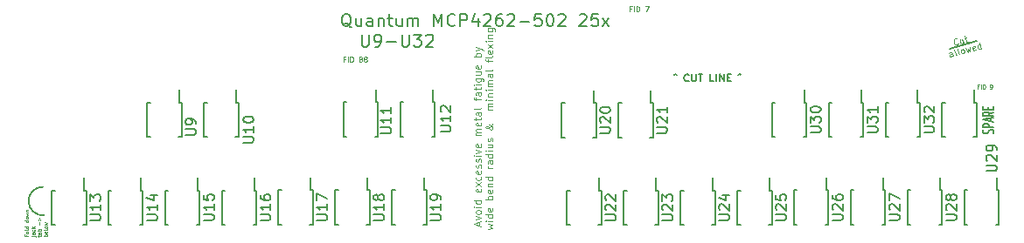
<source format=gto>
G04 #@! TF.GenerationSoftware,KiCad,Pcbnew,5.1.4-e60b266~84~ubuntu16.04.1*
G04 #@! TF.CreationDate,2019-10-21T03:29:06-05:00*
G04 #@! TF.ProjectId,Quantum MCP4262-502 25x expansion flex for GWAAM-Sea Aid,5175616e-7475-46d2-904d-435034323632,rev?*
G04 #@! TF.SameCoordinates,Original*
G04 #@! TF.FileFunction,Legend,Top*
G04 #@! TF.FilePolarity,Positive*
%FSLAX46Y46*%
G04 Gerber Fmt 4.6, Leading zero omitted, Abs format (unit mm)*
G04 Created by KiCad (PCBNEW 5.1.4-e60b266~84~ubuntu16.04.1) date 2019-10-21 03:29:06*
%MOMM*%
%LPD*%
G04 APERTURE LIST*
%ADD10C,0.150000*%
%ADD11C,0.075000*%
%ADD12C,0.080000*%
%ADD13C,0.200000*%
%ADD14C,0.100000*%
%ADD15C,0.125000*%
G04 APERTURE END LIST*
D10*
X135746420Y-104636133D02*
X135879753Y-104536133D01*
X136013086Y-104636133D01*
X137179753Y-105202800D02*
X137146420Y-105236133D01*
X137046420Y-105269466D01*
X136979753Y-105269466D01*
X136879753Y-105236133D01*
X136813086Y-105169466D01*
X136779753Y-105102800D01*
X136746420Y-104969466D01*
X136746420Y-104869466D01*
X136779753Y-104736133D01*
X136813086Y-104669466D01*
X136879753Y-104602800D01*
X136979753Y-104569466D01*
X137046420Y-104569466D01*
X137146420Y-104602800D01*
X137179753Y-104636133D01*
X137479753Y-104569466D02*
X137479753Y-105136133D01*
X137513086Y-105202800D01*
X137546420Y-105236133D01*
X137613086Y-105269466D01*
X137746420Y-105269466D01*
X137813086Y-105236133D01*
X137846420Y-105202800D01*
X137879753Y-105136133D01*
X137879753Y-104569466D01*
X138113086Y-104569466D02*
X138513086Y-104569466D01*
X138313086Y-105269466D02*
X138313086Y-104569466D01*
X139613086Y-105269466D02*
X139279753Y-105269466D01*
X139279753Y-104569466D01*
X139846420Y-105269466D02*
X139846420Y-104569466D01*
X140179753Y-105269466D02*
X140179753Y-104569466D01*
X140579753Y-105269466D01*
X140579753Y-104569466D01*
X140913086Y-104902800D02*
X141146420Y-104902800D01*
X141246420Y-105269466D02*
X140913086Y-105269466D01*
X140913086Y-104569466D01*
X141246420Y-104569466D01*
X141979753Y-104636133D02*
X142113086Y-104536133D01*
X142246420Y-104636133D01*
D11*
X163259643Y-101586267D02*
X163239440Y-101621259D01*
X163164041Y-101671042D01*
X163108845Y-101685831D01*
X163018657Y-101680418D01*
X162948671Y-101640012D01*
X162906284Y-101592211D01*
X162849106Y-101489214D01*
X162826922Y-101406421D01*
X162824941Y-101288634D01*
X162837749Y-101226044D01*
X162878155Y-101156058D01*
X162953554Y-101106276D01*
X163008749Y-101091486D01*
X163098938Y-101096900D01*
X163133931Y-101117103D01*
X163667667Y-101121985D02*
X163771194Y-101508356D01*
X163419286Y-101188539D02*
X163500629Y-101492115D01*
X163543016Y-101539916D01*
X163605607Y-101552725D01*
X163688401Y-101530540D01*
X163736202Y-101488152D01*
X163756405Y-101453160D01*
X163860852Y-101070221D02*
X164081635Y-101011063D01*
X163891882Y-100854852D02*
X164024989Y-101351614D01*
X164067376Y-101399415D01*
X164129967Y-101412223D01*
X164185162Y-101397433D01*
X162740242Y-102793993D02*
X162658899Y-102490416D01*
X162616511Y-102442616D01*
X162553921Y-102429807D01*
X162443529Y-102459387D01*
X162395728Y-102501774D01*
X162732847Y-102766395D02*
X162685046Y-102808783D01*
X162547057Y-102845757D01*
X162484466Y-102832949D01*
X162442079Y-102785148D01*
X162427289Y-102729952D01*
X162440097Y-102667361D01*
X162487898Y-102624974D01*
X162625887Y-102588000D01*
X162673688Y-102545612D01*
X163099014Y-102697860D02*
X163036424Y-102685052D01*
X162994036Y-102637251D01*
X162860929Y-102140489D01*
X163402591Y-102616517D02*
X163340000Y-102603709D01*
X163297613Y-102555908D01*
X163164506Y-102059146D01*
X163706168Y-102535174D02*
X163643577Y-102522366D01*
X163608584Y-102502163D01*
X163566197Y-102454362D01*
X163521828Y-102288775D01*
X163534636Y-102226184D01*
X163554839Y-102191191D01*
X163602640Y-102148804D01*
X163685434Y-102126619D01*
X163748024Y-102139427D01*
X163783017Y-102159631D01*
X163825405Y-102207431D01*
X163869773Y-102373019D01*
X163856965Y-102435609D01*
X163836762Y-102470602D01*
X163788961Y-102512990D01*
X163706168Y-102535174D01*
X163989010Y-102045276D02*
X164202929Y-102402067D01*
X164239373Y-102096509D01*
X164423713Y-102342909D01*
X164430576Y-101926959D01*
X164968275Y-102167414D02*
X164920474Y-102209802D01*
X164810083Y-102239381D01*
X164747492Y-102226573D01*
X164705105Y-102178772D01*
X164645946Y-101957989D01*
X164658754Y-101895398D01*
X164706555Y-101853011D01*
X164816947Y-101823431D01*
X164879537Y-101836239D01*
X164921925Y-101884040D01*
X164936715Y-101939236D01*
X164675525Y-102068380D01*
X165500030Y-102054510D02*
X165344738Y-101474955D01*
X165492635Y-102026912D02*
X165444834Y-102069300D01*
X165334443Y-102098879D01*
X165271852Y-102086071D01*
X165236859Y-102065868D01*
X165194472Y-102018067D01*
X165150103Y-101852480D01*
X165162911Y-101789889D01*
X165183114Y-101754896D01*
X165230915Y-101712509D01*
X165341307Y-101682929D01*
X165403897Y-101695738D01*
D10*
X162438080Y-102087680D02*
X165107620Y-101356160D01*
D12*
X73062780Y-120189720D02*
X73062780Y-120306386D01*
X73246113Y-120306386D02*
X72896113Y-120306386D01*
X72896113Y-120139720D01*
X73246113Y-119956386D02*
X73229446Y-119989720D01*
X73212780Y-120006386D01*
X73179446Y-120023053D01*
X73079446Y-120023053D01*
X73046113Y-120006386D01*
X73029446Y-119989720D01*
X73012780Y-119956386D01*
X73012780Y-119906386D01*
X73029446Y-119873053D01*
X73046113Y-119856386D01*
X73079446Y-119839720D01*
X73179446Y-119839720D01*
X73212780Y-119856386D01*
X73229446Y-119873053D01*
X73246113Y-119906386D01*
X73246113Y-119956386D01*
X73246113Y-119639720D02*
X73229446Y-119673053D01*
X73196113Y-119689720D01*
X72896113Y-119689720D01*
X73246113Y-119356386D02*
X72896113Y-119356386D01*
X73229446Y-119356386D02*
X73246113Y-119389720D01*
X73246113Y-119456386D01*
X73229446Y-119489720D01*
X73212780Y-119506386D01*
X73179446Y-119523053D01*
X73079446Y-119523053D01*
X73046113Y-119506386D01*
X73029446Y-119489720D01*
X73012780Y-119456386D01*
X73012780Y-119389720D01*
X73029446Y-119356386D01*
X73246113Y-118773053D02*
X72896113Y-118773053D01*
X73229446Y-118773053D02*
X73246113Y-118806386D01*
X73246113Y-118873053D01*
X73229446Y-118906386D01*
X73212780Y-118923053D01*
X73179446Y-118939720D01*
X73079446Y-118939720D01*
X73046113Y-118923053D01*
X73029446Y-118906386D01*
X73012780Y-118873053D01*
X73012780Y-118806386D01*
X73029446Y-118773053D01*
X73246113Y-118556386D02*
X73229446Y-118589720D01*
X73212780Y-118606386D01*
X73179446Y-118623053D01*
X73079446Y-118623053D01*
X73046113Y-118606386D01*
X73029446Y-118589720D01*
X73012780Y-118556386D01*
X73012780Y-118506386D01*
X73029446Y-118473053D01*
X73046113Y-118456386D01*
X73079446Y-118439720D01*
X73179446Y-118439720D01*
X73212780Y-118456386D01*
X73229446Y-118473053D01*
X73246113Y-118506386D01*
X73246113Y-118556386D01*
X73012780Y-118323053D02*
X73246113Y-118256386D01*
X73079446Y-118189720D01*
X73246113Y-118123053D01*
X73012780Y-118056386D01*
X73012780Y-117923053D02*
X73246113Y-117923053D01*
X73046113Y-117923053D02*
X73029446Y-117906386D01*
X73012780Y-117873053D01*
X73012780Y-117823053D01*
X73029446Y-117789720D01*
X73062780Y-117773053D01*
X73246113Y-117773053D01*
X73617780Y-120306386D02*
X73917780Y-120306386D01*
X73951113Y-120323053D01*
X73967780Y-120356386D01*
X73967780Y-120373053D01*
X73501113Y-120306386D02*
X73517780Y-120323053D01*
X73534446Y-120306386D01*
X73517780Y-120289720D01*
X73501113Y-120306386D01*
X73534446Y-120306386D01*
X73851113Y-119989720D02*
X73667780Y-119989720D01*
X73634446Y-120006386D01*
X73617780Y-120039720D01*
X73617780Y-120106386D01*
X73634446Y-120139720D01*
X73834446Y-119989720D02*
X73851113Y-120023053D01*
X73851113Y-120106386D01*
X73834446Y-120139720D01*
X73801113Y-120156386D01*
X73767780Y-120156386D01*
X73734446Y-120139720D01*
X73717780Y-120106386D01*
X73717780Y-120023053D01*
X73701113Y-119989720D01*
X73834446Y-119673053D02*
X73851113Y-119706386D01*
X73851113Y-119773053D01*
X73834446Y-119806386D01*
X73817780Y-119823053D01*
X73784446Y-119839720D01*
X73684446Y-119839720D01*
X73651113Y-119823053D01*
X73634446Y-119806386D01*
X73617780Y-119773053D01*
X73617780Y-119706386D01*
X73634446Y-119673053D01*
X73851113Y-119523053D02*
X73501113Y-119523053D01*
X73717780Y-119489720D02*
X73851113Y-119389720D01*
X73617780Y-119389720D02*
X73751113Y-119523053D01*
X74222780Y-120356386D02*
X74222780Y-120223053D01*
X74106113Y-120306386D02*
X74406113Y-120306386D01*
X74439446Y-120289720D01*
X74456113Y-120256386D01*
X74456113Y-120223053D01*
X74456113Y-119956386D02*
X74272780Y-119956386D01*
X74239446Y-119973053D01*
X74222780Y-120006386D01*
X74222780Y-120073053D01*
X74239446Y-120106386D01*
X74439446Y-119956386D02*
X74456113Y-119989720D01*
X74456113Y-120073053D01*
X74439446Y-120106386D01*
X74406113Y-120123053D01*
X74372780Y-120123053D01*
X74339446Y-120106386D01*
X74322780Y-120073053D01*
X74322780Y-119989720D01*
X74306113Y-119956386D01*
X74456113Y-119789720D02*
X74106113Y-119789720D01*
X74239446Y-119789720D02*
X74222780Y-119756386D01*
X74222780Y-119689720D01*
X74239446Y-119656386D01*
X74256113Y-119639720D01*
X74289446Y-119623053D01*
X74389446Y-119623053D01*
X74422780Y-119639720D01*
X74439446Y-119656386D01*
X74456113Y-119689720D01*
X74456113Y-119756386D01*
X74439446Y-119789720D01*
X74322780Y-119206386D02*
X74322780Y-118939720D01*
X74222780Y-118773053D02*
X74322780Y-118506386D01*
X74422780Y-118773053D01*
X75061113Y-120306386D02*
X74711113Y-120306386D01*
X74844446Y-120306386D02*
X74827780Y-120273053D01*
X74827780Y-120206386D01*
X74844446Y-120173053D01*
X74861113Y-120156386D01*
X74894446Y-120139720D01*
X74994446Y-120139720D01*
X75027780Y-120156386D01*
X75044446Y-120173053D01*
X75061113Y-120206386D01*
X75061113Y-120273053D01*
X75044446Y-120306386D01*
X75044446Y-119856386D02*
X75061113Y-119889720D01*
X75061113Y-119956386D01*
X75044446Y-119989720D01*
X75011113Y-120006386D01*
X74877780Y-120006386D01*
X74844446Y-119989720D01*
X74827780Y-119956386D01*
X74827780Y-119889720D01*
X74844446Y-119856386D01*
X74877780Y-119839720D01*
X74911113Y-119839720D01*
X74944446Y-120006386D01*
X75061113Y-119639720D02*
X75044446Y-119673053D01*
X75011113Y-119689720D01*
X74711113Y-119689720D01*
X75061113Y-119456386D02*
X75044446Y-119489720D01*
X75027780Y-119506386D01*
X74994446Y-119523053D01*
X74894446Y-119523053D01*
X74861113Y-119506386D01*
X74844446Y-119489720D01*
X74827780Y-119456386D01*
X74827780Y-119406386D01*
X74844446Y-119373053D01*
X74861113Y-119356386D01*
X74894446Y-119339720D01*
X74994446Y-119339720D01*
X75027780Y-119356386D01*
X75044446Y-119373053D01*
X75061113Y-119406386D01*
X75061113Y-119456386D01*
X74827780Y-119223053D02*
X75061113Y-119156386D01*
X74894446Y-119089720D01*
X75061113Y-119023053D01*
X74827780Y-118956386D01*
D10*
X74781239Y-118278351D02*
G75*
G02X74642980Y-115511580I-138259J1379931D01*
G01*
D13*
X104489574Y-100015082D02*
X104375288Y-99957940D01*
X104261002Y-99843654D01*
X104089574Y-99672225D01*
X103975288Y-99615082D01*
X103861002Y-99615082D01*
X103918145Y-99900797D02*
X103803860Y-99843654D01*
X103689574Y-99729368D01*
X103632431Y-99500797D01*
X103632431Y-99100797D01*
X103689574Y-98872225D01*
X103803860Y-98757940D01*
X103918145Y-98700797D01*
X104146717Y-98700797D01*
X104261002Y-98757940D01*
X104375288Y-98872225D01*
X104432431Y-99100797D01*
X104432431Y-99500797D01*
X104375288Y-99729368D01*
X104261002Y-99843654D01*
X104146717Y-99900797D01*
X103918145Y-99900797D01*
X105461002Y-99100797D02*
X105461002Y-99900797D01*
X104946717Y-99100797D02*
X104946717Y-99729368D01*
X105003860Y-99843654D01*
X105118145Y-99900797D01*
X105289574Y-99900797D01*
X105403860Y-99843654D01*
X105461002Y-99786511D01*
X106546717Y-99900797D02*
X106546717Y-99272225D01*
X106489574Y-99157940D01*
X106375288Y-99100797D01*
X106146717Y-99100797D01*
X106032431Y-99157940D01*
X106546717Y-99843654D02*
X106432431Y-99900797D01*
X106146717Y-99900797D01*
X106032431Y-99843654D01*
X105975288Y-99729368D01*
X105975288Y-99615082D01*
X106032431Y-99500797D01*
X106146717Y-99443654D01*
X106432431Y-99443654D01*
X106546717Y-99386511D01*
X107118145Y-99100797D02*
X107118145Y-99900797D01*
X107118145Y-99215082D02*
X107175288Y-99157940D01*
X107289574Y-99100797D01*
X107461002Y-99100797D01*
X107575288Y-99157940D01*
X107632431Y-99272225D01*
X107632431Y-99900797D01*
X108032431Y-99100797D02*
X108489574Y-99100797D01*
X108203860Y-98700797D02*
X108203860Y-99729368D01*
X108261002Y-99843654D01*
X108375288Y-99900797D01*
X108489574Y-99900797D01*
X109403860Y-99100797D02*
X109403860Y-99900797D01*
X108889574Y-99100797D02*
X108889574Y-99729368D01*
X108946717Y-99843654D01*
X109061002Y-99900797D01*
X109232431Y-99900797D01*
X109346717Y-99843654D01*
X109403860Y-99786511D01*
X109975288Y-99900797D02*
X109975288Y-99100797D01*
X109975288Y-99215082D02*
X110032431Y-99157940D01*
X110146717Y-99100797D01*
X110318145Y-99100797D01*
X110432431Y-99157940D01*
X110489574Y-99272225D01*
X110489574Y-99900797D01*
X110489574Y-99272225D02*
X110546717Y-99157940D01*
X110661002Y-99100797D01*
X110832431Y-99100797D01*
X110946717Y-99157940D01*
X111003860Y-99272225D01*
X111003860Y-99900797D01*
X112489574Y-99900797D02*
X112489574Y-98700797D01*
X112889574Y-99557940D01*
X113289574Y-98700797D01*
X113289574Y-99900797D01*
X114546717Y-99786511D02*
X114489574Y-99843654D01*
X114318145Y-99900797D01*
X114203860Y-99900797D01*
X114032431Y-99843654D01*
X113918145Y-99729368D01*
X113861002Y-99615082D01*
X113803860Y-99386511D01*
X113803860Y-99215082D01*
X113861002Y-98986511D01*
X113918145Y-98872225D01*
X114032431Y-98757940D01*
X114203860Y-98700797D01*
X114318145Y-98700797D01*
X114489574Y-98757940D01*
X114546717Y-98815082D01*
X115061002Y-99900797D02*
X115061002Y-98700797D01*
X115518145Y-98700797D01*
X115632431Y-98757940D01*
X115689574Y-98815082D01*
X115746717Y-98929368D01*
X115746717Y-99100797D01*
X115689574Y-99215082D01*
X115632431Y-99272225D01*
X115518145Y-99329368D01*
X115061002Y-99329368D01*
X116775288Y-99100797D02*
X116775288Y-99900797D01*
X116489574Y-98643654D02*
X116203860Y-99500797D01*
X116946717Y-99500797D01*
X117346717Y-98815082D02*
X117403860Y-98757940D01*
X117518145Y-98700797D01*
X117803860Y-98700797D01*
X117918145Y-98757940D01*
X117975288Y-98815082D01*
X118032431Y-98929368D01*
X118032431Y-99043654D01*
X117975288Y-99215082D01*
X117289574Y-99900797D01*
X118032431Y-99900797D01*
X119061002Y-98700797D02*
X118832431Y-98700797D01*
X118718145Y-98757940D01*
X118661002Y-98815082D01*
X118546717Y-98986511D01*
X118489574Y-99215082D01*
X118489574Y-99672225D01*
X118546717Y-99786511D01*
X118603860Y-99843654D01*
X118718145Y-99900797D01*
X118946717Y-99900797D01*
X119061002Y-99843654D01*
X119118145Y-99786511D01*
X119175288Y-99672225D01*
X119175288Y-99386511D01*
X119118145Y-99272225D01*
X119061002Y-99215082D01*
X118946717Y-99157940D01*
X118718145Y-99157940D01*
X118603860Y-99215082D01*
X118546717Y-99272225D01*
X118489574Y-99386511D01*
X119632431Y-98815082D02*
X119689574Y-98757940D01*
X119803860Y-98700797D01*
X120089574Y-98700797D01*
X120203860Y-98757940D01*
X120261002Y-98815082D01*
X120318145Y-98929368D01*
X120318145Y-99043654D01*
X120261002Y-99215082D01*
X119575288Y-99900797D01*
X120318145Y-99900797D01*
X120832431Y-99443654D02*
X121746717Y-99443654D01*
X122889574Y-98700797D02*
X122318145Y-98700797D01*
X122261002Y-99272225D01*
X122318145Y-99215082D01*
X122432431Y-99157940D01*
X122718145Y-99157940D01*
X122832431Y-99215082D01*
X122889574Y-99272225D01*
X122946717Y-99386511D01*
X122946717Y-99672225D01*
X122889574Y-99786511D01*
X122832431Y-99843654D01*
X122718145Y-99900797D01*
X122432431Y-99900797D01*
X122318145Y-99843654D01*
X122261002Y-99786511D01*
X123689574Y-98700797D02*
X123803860Y-98700797D01*
X123918145Y-98757940D01*
X123975288Y-98815082D01*
X124032431Y-98929368D01*
X124089574Y-99157940D01*
X124089574Y-99443654D01*
X124032431Y-99672225D01*
X123975288Y-99786511D01*
X123918145Y-99843654D01*
X123803860Y-99900797D01*
X123689574Y-99900797D01*
X123575288Y-99843654D01*
X123518145Y-99786511D01*
X123461002Y-99672225D01*
X123403860Y-99443654D01*
X123403860Y-99157940D01*
X123461002Y-98929368D01*
X123518145Y-98815082D01*
X123575288Y-98757940D01*
X123689574Y-98700797D01*
X124546717Y-98815082D02*
X124603860Y-98757940D01*
X124718145Y-98700797D01*
X125003860Y-98700797D01*
X125118145Y-98757940D01*
X125175288Y-98815082D01*
X125232431Y-98929368D01*
X125232431Y-99043654D01*
X125175288Y-99215082D01*
X124489574Y-99900797D01*
X125232431Y-99900797D01*
X126603860Y-98815082D02*
X126661002Y-98757940D01*
X126775288Y-98700797D01*
X127061002Y-98700797D01*
X127175288Y-98757940D01*
X127232431Y-98815082D01*
X127289574Y-98929368D01*
X127289574Y-99043654D01*
X127232431Y-99215082D01*
X126546717Y-99900797D01*
X127289574Y-99900797D01*
X128375288Y-98700797D02*
X127803860Y-98700797D01*
X127746717Y-99272225D01*
X127803860Y-99215082D01*
X127918145Y-99157940D01*
X128203860Y-99157940D01*
X128318145Y-99215082D01*
X128375288Y-99272225D01*
X128432431Y-99386511D01*
X128432431Y-99672225D01*
X128375288Y-99786511D01*
X128318145Y-99843654D01*
X128203860Y-99900797D01*
X127918145Y-99900797D01*
X127803860Y-99843654D01*
X127746717Y-99786511D01*
X128832431Y-99900797D02*
X129461002Y-99100797D01*
X128832431Y-99100797D02*
X129461002Y-99900797D01*
X105518145Y-100700797D02*
X105518145Y-101672225D01*
X105575288Y-101786511D01*
X105632431Y-101843654D01*
X105746717Y-101900797D01*
X105975288Y-101900797D01*
X106089574Y-101843654D01*
X106146717Y-101786511D01*
X106203860Y-101672225D01*
X106203860Y-100700797D01*
X106832431Y-101900797D02*
X107061002Y-101900797D01*
X107175288Y-101843654D01*
X107232431Y-101786511D01*
X107346717Y-101615082D01*
X107403860Y-101386511D01*
X107403860Y-100929368D01*
X107346717Y-100815082D01*
X107289574Y-100757940D01*
X107175288Y-100700797D01*
X106946717Y-100700797D01*
X106832431Y-100757940D01*
X106775288Y-100815082D01*
X106718145Y-100929368D01*
X106718145Y-101215082D01*
X106775288Y-101329368D01*
X106832431Y-101386511D01*
X106946717Y-101443654D01*
X107175288Y-101443654D01*
X107289574Y-101386511D01*
X107346717Y-101329368D01*
X107403860Y-101215082D01*
X107918145Y-101443654D02*
X108832431Y-101443654D01*
X109403860Y-100700797D02*
X109403860Y-101672225D01*
X109461002Y-101786511D01*
X109518145Y-101843654D01*
X109632431Y-101900797D01*
X109861002Y-101900797D01*
X109975288Y-101843654D01*
X110032431Y-101786511D01*
X110089574Y-101672225D01*
X110089574Y-100700797D01*
X110546717Y-100700797D02*
X111289574Y-100700797D01*
X110889574Y-101157940D01*
X111061002Y-101157940D01*
X111175288Y-101215082D01*
X111232431Y-101272225D01*
X111289574Y-101386511D01*
X111289574Y-101672225D01*
X111232431Y-101786511D01*
X111175288Y-101843654D01*
X111061002Y-101900797D01*
X110718145Y-101900797D01*
X110603860Y-101843654D01*
X110546717Y-101786511D01*
X111746717Y-100815082D02*
X111803860Y-100757940D01*
X111918145Y-100700797D01*
X112203860Y-100700797D01*
X112318145Y-100757940D01*
X112375288Y-100815082D01*
X112432431Y-100929368D01*
X112432431Y-101043654D01*
X112375288Y-101215082D01*
X111689574Y-101900797D01*
X112432431Y-101900797D01*
D14*
X116854106Y-119287286D02*
X116854106Y-118953953D01*
X117054106Y-119353953D02*
X116354106Y-119120620D01*
X117054106Y-118887286D01*
X116587440Y-118720620D02*
X117054106Y-118553953D01*
X116587440Y-118387286D01*
X117054106Y-118020620D02*
X117020773Y-118087286D01*
X116987440Y-118120620D01*
X116920773Y-118153953D01*
X116720773Y-118153953D01*
X116654106Y-118120620D01*
X116620773Y-118087286D01*
X116587440Y-118020620D01*
X116587440Y-117920620D01*
X116620773Y-117853953D01*
X116654106Y-117820620D01*
X116720773Y-117787286D01*
X116920773Y-117787286D01*
X116987440Y-117820620D01*
X117020773Y-117853953D01*
X117054106Y-117920620D01*
X117054106Y-118020620D01*
X117054106Y-117487286D02*
X116587440Y-117487286D01*
X116354106Y-117487286D02*
X116387440Y-117520620D01*
X116420773Y-117487286D01*
X116387440Y-117453953D01*
X116354106Y-117487286D01*
X116420773Y-117487286D01*
X117054106Y-116853953D02*
X116354106Y-116853953D01*
X117020773Y-116853953D02*
X117054106Y-116920620D01*
X117054106Y-117053953D01*
X117020773Y-117120620D01*
X116987440Y-117153953D01*
X116920773Y-117187286D01*
X116720773Y-117187286D01*
X116654106Y-117153953D01*
X116620773Y-117120620D01*
X116587440Y-117053953D01*
X116587440Y-116920620D01*
X116620773Y-116853953D01*
X117020773Y-115720620D02*
X117054106Y-115787286D01*
X117054106Y-115920620D01*
X117020773Y-115987286D01*
X116954106Y-116020620D01*
X116687440Y-116020620D01*
X116620773Y-115987286D01*
X116587440Y-115920620D01*
X116587440Y-115787286D01*
X116620773Y-115720620D01*
X116687440Y-115687286D01*
X116754106Y-115687286D01*
X116820773Y-116020620D01*
X117054106Y-115453953D02*
X116587440Y-115087286D01*
X116587440Y-115453953D02*
X117054106Y-115087286D01*
X117020773Y-114520620D02*
X117054106Y-114587286D01*
X117054106Y-114720620D01*
X117020773Y-114787286D01*
X116987440Y-114820620D01*
X116920773Y-114853953D01*
X116720773Y-114853953D01*
X116654106Y-114820620D01*
X116620773Y-114787286D01*
X116587440Y-114720620D01*
X116587440Y-114587286D01*
X116620773Y-114520620D01*
X117020773Y-113953953D02*
X117054106Y-114020620D01*
X117054106Y-114153953D01*
X117020773Y-114220620D01*
X116954106Y-114253953D01*
X116687440Y-114253953D01*
X116620773Y-114220620D01*
X116587440Y-114153953D01*
X116587440Y-114020620D01*
X116620773Y-113953953D01*
X116687440Y-113920620D01*
X116754106Y-113920620D01*
X116820773Y-114253953D01*
X117020773Y-113653953D02*
X117054106Y-113587286D01*
X117054106Y-113453953D01*
X117020773Y-113387286D01*
X116954106Y-113353953D01*
X116920773Y-113353953D01*
X116854106Y-113387286D01*
X116820773Y-113453953D01*
X116820773Y-113553953D01*
X116787440Y-113620620D01*
X116720773Y-113653953D01*
X116687440Y-113653953D01*
X116620773Y-113620620D01*
X116587440Y-113553953D01*
X116587440Y-113453953D01*
X116620773Y-113387286D01*
X117020773Y-113087286D02*
X117054106Y-113020620D01*
X117054106Y-112887286D01*
X117020773Y-112820620D01*
X116954106Y-112787286D01*
X116920773Y-112787286D01*
X116854106Y-112820620D01*
X116820773Y-112887286D01*
X116820773Y-112987286D01*
X116787440Y-113053953D01*
X116720773Y-113087286D01*
X116687440Y-113087286D01*
X116620773Y-113053953D01*
X116587440Y-112987286D01*
X116587440Y-112887286D01*
X116620773Y-112820620D01*
X117054106Y-112487286D02*
X116587440Y-112487286D01*
X116354106Y-112487286D02*
X116387440Y-112520620D01*
X116420773Y-112487286D01*
X116387440Y-112453953D01*
X116354106Y-112487286D01*
X116420773Y-112487286D01*
X116587440Y-112220620D02*
X117054106Y-112053953D01*
X116587440Y-111887286D01*
X117020773Y-111353953D02*
X117054106Y-111420620D01*
X117054106Y-111553953D01*
X117020773Y-111620620D01*
X116954106Y-111653953D01*
X116687440Y-111653953D01*
X116620773Y-111620620D01*
X116587440Y-111553953D01*
X116587440Y-111420620D01*
X116620773Y-111353953D01*
X116687440Y-111320620D01*
X116754106Y-111320620D01*
X116820773Y-111653953D01*
X117054106Y-110487286D02*
X116587440Y-110487286D01*
X116654106Y-110487286D02*
X116620773Y-110453953D01*
X116587440Y-110387286D01*
X116587440Y-110287286D01*
X116620773Y-110220620D01*
X116687440Y-110187286D01*
X117054106Y-110187286D01*
X116687440Y-110187286D02*
X116620773Y-110153953D01*
X116587440Y-110087286D01*
X116587440Y-109987286D01*
X116620773Y-109920620D01*
X116687440Y-109887286D01*
X117054106Y-109887286D01*
X117020773Y-109287286D02*
X117054106Y-109353953D01*
X117054106Y-109487286D01*
X117020773Y-109553953D01*
X116954106Y-109587286D01*
X116687440Y-109587286D01*
X116620773Y-109553953D01*
X116587440Y-109487286D01*
X116587440Y-109353953D01*
X116620773Y-109287286D01*
X116687440Y-109253953D01*
X116754106Y-109253953D01*
X116820773Y-109587286D01*
X116587440Y-109053953D02*
X116587440Y-108787286D01*
X116354106Y-108953953D02*
X116954106Y-108953953D01*
X117020773Y-108920620D01*
X117054106Y-108853953D01*
X117054106Y-108787286D01*
X117054106Y-108253953D02*
X116687440Y-108253953D01*
X116620773Y-108287286D01*
X116587440Y-108353953D01*
X116587440Y-108487286D01*
X116620773Y-108553953D01*
X117020773Y-108253953D02*
X117054106Y-108320620D01*
X117054106Y-108487286D01*
X117020773Y-108553953D01*
X116954106Y-108587286D01*
X116887440Y-108587286D01*
X116820773Y-108553953D01*
X116787440Y-108487286D01*
X116787440Y-108320620D01*
X116754106Y-108253953D01*
X117054106Y-107820620D02*
X117020773Y-107887286D01*
X116954106Y-107920620D01*
X116354106Y-107920620D01*
X116587440Y-107120620D02*
X116587440Y-106853953D01*
X117054106Y-107020620D02*
X116454106Y-107020620D01*
X116387440Y-106987286D01*
X116354106Y-106920620D01*
X116354106Y-106853953D01*
X117054106Y-106320620D02*
X116687440Y-106320620D01*
X116620773Y-106353953D01*
X116587440Y-106420620D01*
X116587440Y-106553953D01*
X116620773Y-106620620D01*
X117020773Y-106320620D02*
X117054106Y-106387286D01*
X117054106Y-106553953D01*
X117020773Y-106620620D01*
X116954106Y-106653953D01*
X116887440Y-106653953D01*
X116820773Y-106620620D01*
X116787440Y-106553953D01*
X116787440Y-106387286D01*
X116754106Y-106320620D01*
X116587440Y-106087286D02*
X116587440Y-105820620D01*
X116354106Y-105987286D02*
X116954106Y-105987286D01*
X117020773Y-105953953D01*
X117054106Y-105887286D01*
X117054106Y-105820620D01*
X117054106Y-105587286D02*
X116587440Y-105587286D01*
X116354106Y-105587286D02*
X116387440Y-105620620D01*
X116420773Y-105587286D01*
X116387440Y-105553953D01*
X116354106Y-105587286D01*
X116420773Y-105587286D01*
X116587440Y-104953953D02*
X117154106Y-104953953D01*
X117220773Y-104987286D01*
X117254106Y-105020620D01*
X117287440Y-105087286D01*
X117287440Y-105187286D01*
X117254106Y-105253953D01*
X117020773Y-104953953D02*
X117054106Y-105020620D01*
X117054106Y-105153953D01*
X117020773Y-105220620D01*
X116987440Y-105253953D01*
X116920773Y-105287286D01*
X116720773Y-105287286D01*
X116654106Y-105253953D01*
X116620773Y-105220620D01*
X116587440Y-105153953D01*
X116587440Y-105020620D01*
X116620773Y-104953953D01*
X116587440Y-104320620D02*
X117054106Y-104320620D01*
X116587440Y-104620620D02*
X116954106Y-104620620D01*
X117020773Y-104587286D01*
X117054106Y-104520620D01*
X117054106Y-104420620D01*
X117020773Y-104353953D01*
X116987440Y-104320620D01*
X117020773Y-103720620D02*
X117054106Y-103787286D01*
X117054106Y-103920620D01*
X117020773Y-103987286D01*
X116954106Y-104020620D01*
X116687440Y-104020620D01*
X116620773Y-103987286D01*
X116587440Y-103920620D01*
X116587440Y-103787286D01*
X116620773Y-103720620D01*
X116687440Y-103687286D01*
X116754106Y-103687286D01*
X116820773Y-104020620D01*
X117054106Y-102853953D02*
X116354106Y-102853953D01*
X116620773Y-102853953D02*
X116587440Y-102787286D01*
X116587440Y-102653953D01*
X116620773Y-102587286D01*
X116654106Y-102553953D01*
X116720773Y-102520620D01*
X116920773Y-102520620D01*
X116987440Y-102553953D01*
X117020773Y-102587286D01*
X117054106Y-102653953D01*
X117054106Y-102787286D01*
X117020773Y-102853953D01*
X116587440Y-102287286D02*
X117054106Y-102120620D01*
X116587440Y-101953953D02*
X117054106Y-102120620D01*
X117220773Y-102187286D01*
X117254106Y-102220620D01*
X117287440Y-102287286D01*
X117737440Y-119637286D02*
X118204106Y-119503953D01*
X117870773Y-119370620D01*
X118204106Y-119237286D01*
X117737440Y-119103953D01*
X118204106Y-118837286D02*
X117737440Y-118837286D01*
X117504106Y-118837286D02*
X117537440Y-118870620D01*
X117570773Y-118837286D01*
X117537440Y-118803953D01*
X117504106Y-118837286D01*
X117570773Y-118837286D01*
X118204106Y-118203953D02*
X117504106Y-118203953D01*
X118170773Y-118203953D02*
X118204106Y-118270620D01*
X118204106Y-118403953D01*
X118170773Y-118470620D01*
X118137440Y-118503953D01*
X118070773Y-118537286D01*
X117870773Y-118537286D01*
X117804106Y-118503953D01*
X117770773Y-118470620D01*
X117737440Y-118403953D01*
X117737440Y-118270620D01*
X117770773Y-118203953D01*
X118170773Y-117603953D02*
X118204106Y-117670620D01*
X118204106Y-117803953D01*
X118170773Y-117870620D01*
X118104106Y-117903953D01*
X117837440Y-117903953D01*
X117770773Y-117870620D01*
X117737440Y-117803953D01*
X117737440Y-117670620D01*
X117770773Y-117603953D01*
X117837440Y-117570620D01*
X117904106Y-117570620D01*
X117970773Y-117903953D01*
X118204106Y-116737286D02*
X117504106Y-116737286D01*
X117770773Y-116737286D02*
X117737440Y-116670620D01*
X117737440Y-116537286D01*
X117770773Y-116470620D01*
X117804106Y-116437286D01*
X117870773Y-116403953D01*
X118070773Y-116403953D01*
X118137440Y-116437286D01*
X118170773Y-116470620D01*
X118204106Y-116537286D01*
X118204106Y-116670620D01*
X118170773Y-116737286D01*
X118170773Y-115837286D02*
X118204106Y-115903953D01*
X118204106Y-116037286D01*
X118170773Y-116103953D01*
X118104106Y-116137286D01*
X117837440Y-116137286D01*
X117770773Y-116103953D01*
X117737440Y-116037286D01*
X117737440Y-115903953D01*
X117770773Y-115837286D01*
X117837440Y-115803953D01*
X117904106Y-115803953D01*
X117970773Y-116137286D01*
X117737440Y-115503953D02*
X118204106Y-115503953D01*
X117804106Y-115503953D02*
X117770773Y-115470620D01*
X117737440Y-115403953D01*
X117737440Y-115303953D01*
X117770773Y-115237286D01*
X117837440Y-115203953D01*
X118204106Y-115203953D01*
X118204106Y-114570620D02*
X117504106Y-114570620D01*
X118170773Y-114570620D02*
X118204106Y-114637286D01*
X118204106Y-114770620D01*
X118170773Y-114837286D01*
X118137440Y-114870620D01*
X118070773Y-114903953D01*
X117870773Y-114903953D01*
X117804106Y-114870620D01*
X117770773Y-114837286D01*
X117737440Y-114770620D01*
X117737440Y-114637286D01*
X117770773Y-114570620D01*
X118204106Y-113703953D02*
X117737440Y-113703953D01*
X117870773Y-113703953D02*
X117804106Y-113670620D01*
X117770773Y-113637286D01*
X117737440Y-113570620D01*
X117737440Y-113503953D01*
X118204106Y-112970620D02*
X117837440Y-112970620D01*
X117770773Y-113003953D01*
X117737440Y-113070620D01*
X117737440Y-113203953D01*
X117770773Y-113270620D01*
X118170773Y-112970620D02*
X118204106Y-113037286D01*
X118204106Y-113203953D01*
X118170773Y-113270620D01*
X118104106Y-113303953D01*
X118037440Y-113303953D01*
X117970773Y-113270620D01*
X117937440Y-113203953D01*
X117937440Y-113037286D01*
X117904106Y-112970620D01*
X118204106Y-112337286D02*
X117504106Y-112337286D01*
X118170773Y-112337286D02*
X118204106Y-112403953D01*
X118204106Y-112537286D01*
X118170773Y-112603953D01*
X118137440Y-112637286D01*
X118070773Y-112670620D01*
X117870773Y-112670620D01*
X117804106Y-112637286D01*
X117770773Y-112603953D01*
X117737440Y-112537286D01*
X117737440Y-112403953D01*
X117770773Y-112337286D01*
X118204106Y-112003953D02*
X117737440Y-112003953D01*
X117504106Y-112003953D02*
X117537440Y-112037286D01*
X117570773Y-112003953D01*
X117537440Y-111970620D01*
X117504106Y-112003953D01*
X117570773Y-112003953D01*
X117737440Y-111370620D02*
X118204106Y-111370620D01*
X117737440Y-111670620D02*
X118104106Y-111670620D01*
X118170773Y-111637286D01*
X118204106Y-111570620D01*
X118204106Y-111470620D01*
X118170773Y-111403953D01*
X118137440Y-111370620D01*
X118170773Y-111070620D02*
X118204106Y-111003953D01*
X118204106Y-110870620D01*
X118170773Y-110803953D01*
X118104106Y-110770620D01*
X118070773Y-110770620D01*
X118004106Y-110803953D01*
X117970773Y-110870620D01*
X117970773Y-110970620D01*
X117937440Y-111037286D01*
X117870773Y-111070620D01*
X117837440Y-111070620D01*
X117770773Y-111037286D01*
X117737440Y-110970620D01*
X117737440Y-110870620D01*
X117770773Y-110803953D01*
X118204106Y-109370620D02*
X118204106Y-109403953D01*
X118170773Y-109470620D01*
X118070773Y-109570620D01*
X117870773Y-109737286D01*
X117770773Y-109803953D01*
X117670773Y-109837286D01*
X117604106Y-109837286D01*
X117537440Y-109803953D01*
X117504106Y-109737286D01*
X117504106Y-109703953D01*
X117537440Y-109637286D01*
X117604106Y-109603953D01*
X117637440Y-109603953D01*
X117704106Y-109637286D01*
X117737440Y-109670620D01*
X117870773Y-109870620D01*
X117904106Y-109903953D01*
X117970773Y-109937286D01*
X118070773Y-109937286D01*
X118137440Y-109903953D01*
X118170773Y-109870620D01*
X118204106Y-109803953D01*
X118204106Y-109703953D01*
X118170773Y-109637286D01*
X118137440Y-109603953D01*
X118004106Y-109503953D01*
X117904106Y-109470620D01*
X117837440Y-109470620D01*
X118204106Y-108003953D02*
X117737440Y-108003953D01*
X117804106Y-108003953D02*
X117770773Y-107970620D01*
X117737440Y-107903953D01*
X117737440Y-107803953D01*
X117770773Y-107737286D01*
X117837440Y-107703953D01*
X118204106Y-107703953D01*
X117837440Y-107703953D02*
X117770773Y-107670620D01*
X117737440Y-107603953D01*
X117737440Y-107503953D01*
X117770773Y-107437286D01*
X117837440Y-107403953D01*
X118204106Y-107403953D01*
X118204106Y-107070620D02*
X117737440Y-107070620D01*
X117504106Y-107070620D02*
X117537440Y-107103953D01*
X117570773Y-107070620D01*
X117537440Y-107037286D01*
X117504106Y-107070620D01*
X117570773Y-107070620D01*
X117737440Y-106737286D02*
X118204106Y-106737286D01*
X117804106Y-106737286D02*
X117770773Y-106703953D01*
X117737440Y-106637286D01*
X117737440Y-106537286D01*
X117770773Y-106470620D01*
X117837440Y-106437286D01*
X118204106Y-106437286D01*
X118204106Y-106103953D02*
X117737440Y-106103953D01*
X117504106Y-106103953D02*
X117537440Y-106137286D01*
X117570773Y-106103953D01*
X117537440Y-106070620D01*
X117504106Y-106103953D01*
X117570773Y-106103953D01*
X118204106Y-105770620D02*
X117737440Y-105770620D01*
X117804106Y-105770620D02*
X117770773Y-105737286D01*
X117737440Y-105670620D01*
X117737440Y-105570620D01*
X117770773Y-105503953D01*
X117837440Y-105470620D01*
X118204106Y-105470620D01*
X117837440Y-105470620D02*
X117770773Y-105437286D01*
X117737440Y-105370620D01*
X117737440Y-105270620D01*
X117770773Y-105203953D01*
X117837440Y-105170620D01*
X118204106Y-105170620D01*
X118204106Y-104537286D02*
X117837440Y-104537286D01*
X117770773Y-104570620D01*
X117737440Y-104637286D01*
X117737440Y-104770620D01*
X117770773Y-104837286D01*
X118170773Y-104537286D02*
X118204106Y-104603953D01*
X118204106Y-104770620D01*
X118170773Y-104837286D01*
X118104106Y-104870620D01*
X118037440Y-104870620D01*
X117970773Y-104837286D01*
X117937440Y-104770620D01*
X117937440Y-104603953D01*
X117904106Y-104537286D01*
X118204106Y-104103953D02*
X118170773Y-104170620D01*
X118104106Y-104203953D01*
X117504106Y-104203953D01*
X117737440Y-103403953D02*
X117737440Y-103137286D01*
X118204106Y-103303953D02*
X117604106Y-103303953D01*
X117537440Y-103270620D01*
X117504106Y-103203953D01*
X117504106Y-103137286D01*
X118204106Y-102803953D02*
X118170773Y-102870620D01*
X118104106Y-102903953D01*
X117504106Y-102903953D01*
X118170773Y-102270620D02*
X118204106Y-102337286D01*
X118204106Y-102470620D01*
X118170773Y-102537286D01*
X118104106Y-102570620D01*
X117837440Y-102570620D01*
X117770773Y-102537286D01*
X117737440Y-102470620D01*
X117737440Y-102337286D01*
X117770773Y-102270620D01*
X117837440Y-102237286D01*
X117904106Y-102237286D01*
X117970773Y-102570620D01*
X118204106Y-102003953D02*
X117737440Y-101637286D01*
X117737440Y-102003953D02*
X118204106Y-101637286D01*
X118204106Y-101370619D02*
X117737440Y-101370619D01*
X117504106Y-101370619D02*
X117537440Y-101403953D01*
X117570773Y-101370619D01*
X117537440Y-101337286D01*
X117504106Y-101370619D01*
X117570773Y-101370619D01*
X117737440Y-101037286D02*
X118204106Y-101037286D01*
X117804106Y-101037286D02*
X117770773Y-101003953D01*
X117737440Y-100937286D01*
X117737440Y-100837286D01*
X117770773Y-100770620D01*
X117837440Y-100737286D01*
X118204106Y-100737286D01*
X117737440Y-100103953D02*
X118304106Y-100103953D01*
X118370773Y-100137286D01*
X118404106Y-100170620D01*
X118437440Y-100237286D01*
X118437440Y-100337286D01*
X118404106Y-100403953D01*
X118170773Y-100103953D02*
X118204106Y-100170620D01*
X118204106Y-100303953D01*
X118170773Y-100370620D01*
X118137440Y-100403953D01*
X118070773Y-100437286D01*
X117870773Y-100437286D01*
X117804106Y-100403953D01*
X117770773Y-100370620D01*
X117737440Y-100303953D01*
X117737440Y-100170620D01*
X117770773Y-100103953D01*
D10*
X145218020Y-115858420D02*
X144993020Y-115858420D01*
X145218020Y-119208420D02*
X144918020Y-119208420D01*
X141868020Y-119208420D02*
X142168020Y-119208420D01*
X141868020Y-115858420D02*
X142168020Y-115858420D01*
X145218020Y-115858420D02*
X145218020Y-119208420D01*
X141868020Y-115858420D02*
X141868020Y-119208420D01*
X144993020Y-115858420D02*
X144993020Y-114633420D01*
X134007520Y-115868580D02*
X134007520Y-114643580D01*
X130882520Y-115868580D02*
X130882520Y-119218580D01*
X134232520Y-115868580D02*
X134232520Y-119218580D01*
X130882520Y-115868580D02*
X131182520Y-115868580D01*
X130882520Y-119218580D02*
X131182520Y-119218580D01*
X134232520Y-119218580D02*
X133932520Y-119218580D01*
X134232520Y-115868580D02*
X134007520Y-115868580D01*
X139496460Y-115860960D02*
X139496460Y-114635960D01*
X136371460Y-115860960D02*
X136371460Y-119210960D01*
X139721460Y-115860960D02*
X139721460Y-119210960D01*
X136371460Y-115860960D02*
X136671460Y-115860960D01*
X136371460Y-119210960D02*
X136671460Y-119210960D01*
X139721460Y-119210960D02*
X139421460Y-119210960D01*
X139721460Y-115860960D02*
X139496460Y-115860960D01*
X155978520Y-115845720D02*
X155978520Y-114620720D01*
X152853520Y-115845720D02*
X152853520Y-119195720D01*
X156203520Y-115845720D02*
X156203520Y-119195720D01*
X152853520Y-115845720D02*
X153153520Y-115845720D01*
X152853520Y-119195720D02*
X153153520Y-119195720D01*
X156203520Y-119195720D02*
X155903520Y-119195720D01*
X156203520Y-115845720D02*
X155978520Y-115845720D01*
X128735960Y-115871120D02*
X128510960Y-115871120D01*
X128735960Y-119221120D02*
X128435960Y-119221120D01*
X125385960Y-119221120D02*
X125685960Y-119221120D01*
X125385960Y-115871120D02*
X125685960Y-115871120D01*
X128735960Y-115871120D02*
X128735960Y-119221120D01*
X125385960Y-115871120D02*
X125385960Y-119221120D01*
X128510960Y-115871120D02*
X128510960Y-114646120D01*
X150706960Y-115848260D02*
X150481960Y-115848260D01*
X150706960Y-119198260D02*
X150406960Y-119198260D01*
X147356960Y-119198260D02*
X147656960Y-119198260D01*
X147356960Y-115848260D02*
X147656960Y-115848260D01*
X150706960Y-115848260D02*
X150706960Y-119198260D01*
X147356960Y-115848260D02*
X147356960Y-119198260D01*
X150481960Y-115848260D02*
X150481960Y-114623260D01*
X167199180Y-115850800D02*
X166974180Y-115850800D01*
X167199180Y-119200800D02*
X166899180Y-119200800D01*
X163849180Y-119200800D02*
X164149180Y-119200800D01*
X163849180Y-115850800D02*
X164149180Y-115850800D01*
X167199180Y-115850800D02*
X167199180Y-119200800D01*
X163849180Y-115850800D02*
X163849180Y-119200800D01*
X166974180Y-115850800D02*
X166974180Y-114625800D01*
X161477620Y-115853340D02*
X161477620Y-114628340D01*
X158352620Y-115853340D02*
X158352620Y-119203340D01*
X161702620Y-115853340D02*
X161702620Y-119203340D01*
X158352620Y-115853340D02*
X158652620Y-115853340D01*
X158352620Y-119203340D02*
X158652620Y-119203340D01*
X161702620Y-119203340D02*
X161402620Y-119203340D01*
X161702620Y-115853340D02*
X161477620Y-115853340D01*
X100583660Y-115848260D02*
X100583660Y-114623260D01*
X97458660Y-115848260D02*
X97458660Y-119198260D01*
X100808660Y-115848260D02*
X100808660Y-119198260D01*
X97458660Y-115848260D02*
X97758660Y-115848260D01*
X97458660Y-119198260D02*
X97758660Y-119198260D01*
X100808660Y-119198260D02*
X100508660Y-119198260D01*
X100808660Y-115848260D02*
X100583660Y-115848260D01*
X106305220Y-115845720D02*
X106080220Y-115845720D01*
X106305220Y-119195720D02*
X106005220Y-119195720D01*
X102955220Y-119195720D02*
X103255220Y-119195720D01*
X102955220Y-115845720D02*
X103255220Y-115845720D01*
X106305220Y-115845720D02*
X106305220Y-119195720D01*
X102955220Y-115845720D02*
X102955220Y-119195720D01*
X106080220Y-115845720D02*
X106080220Y-114620720D01*
X95094720Y-115858420D02*
X95094720Y-114633420D01*
X91969720Y-115858420D02*
X91969720Y-119208420D01*
X95319720Y-115858420D02*
X95319720Y-119208420D01*
X91969720Y-115858420D02*
X92269720Y-115858420D01*
X91969720Y-119208420D02*
X92269720Y-119208420D01*
X95319720Y-119208420D02*
X95019720Y-119208420D01*
X95319720Y-115858420D02*
X95094720Y-115858420D01*
X89823160Y-115860960D02*
X89598160Y-115860960D01*
X89823160Y-119210960D02*
X89523160Y-119210960D01*
X86473160Y-119210960D02*
X86773160Y-119210960D01*
X86473160Y-115860960D02*
X86773160Y-115860960D01*
X89823160Y-115860960D02*
X89823160Y-119210960D01*
X86473160Y-115860960D02*
X86473160Y-119210960D01*
X89598160Y-115860960D02*
X89598160Y-114635960D01*
X78612660Y-115871120D02*
X78612660Y-114646120D01*
X75487660Y-115871120D02*
X75487660Y-119221120D01*
X78837660Y-115871120D02*
X78837660Y-119221120D01*
X75487660Y-115871120D02*
X75787660Y-115871120D01*
X75487660Y-119221120D02*
X75787660Y-119221120D01*
X78837660Y-119221120D02*
X78537660Y-119221120D01*
X78837660Y-115871120D02*
X78612660Y-115871120D01*
X84334220Y-115868580D02*
X84109220Y-115868580D01*
X84334220Y-119218580D02*
X84034220Y-119218580D01*
X80984220Y-119218580D02*
X81284220Y-119218580D01*
X80984220Y-115868580D02*
X81284220Y-115868580D01*
X84334220Y-115868580D02*
X84334220Y-119218580D01*
X80984220Y-115868580D02*
X80984220Y-119218580D01*
X84109220Y-115868580D02*
X84109220Y-114643580D01*
X127992800Y-107359580D02*
X127992800Y-106134580D01*
X124867800Y-107359580D02*
X124867800Y-110709580D01*
X128217800Y-107359580D02*
X128217800Y-110709580D01*
X124867800Y-107359580D02*
X125167800Y-107359580D01*
X124867800Y-110709580D02*
X125167800Y-110709580D01*
X128217800Y-110709580D02*
X127917800Y-110709580D01*
X128217800Y-107359580D02*
X127992800Y-107359580D01*
X133714360Y-107357040D02*
X133489360Y-107357040D01*
X133714360Y-110707040D02*
X133414360Y-110707040D01*
X130364360Y-110707040D02*
X130664360Y-110707040D01*
X130364360Y-107357040D02*
X130664360Y-107357040D01*
X133714360Y-107357040D02*
X133714360Y-110707040D01*
X130364360Y-107357040D02*
X130364360Y-110707040D01*
X133489360Y-107357040D02*
X133489360Y-106132040D01*
X159346560Y-107308780D02*
X159346560Y-106083780D01*
X156221560Y-107308780D02*
X156221560Y-110658780D01*
X159571560Y-107308780D02*
X159571560Y-110658780D01*
X156221560Y-107308780D02*
X156521560Y-107308780D01*
X156221560Y-110658780D02*
X156521560Y-110658780D01*
X159571560Y-110658780D02*
X159271560Y-110658780D01*
X159571560Y-107308780D02*
X159346560Y-107308780D01*
X165068120Y-107306240D02*
X164843120Y-107306240D01*
X165068120Y-110656240D02*
X164768120Y-110656240D01*
X161718120Y-110656240D02*
X162018120Y-110656240D01*
X161718120Y-107306240D02*
X162018120Y-107306240D01*
X165068120Y-107306240D02*
X165068120Y-110656240D01*
X161718120Y-107306240D02*
X161718120Y-110656240D01*
X164843120Y-107306240D02*
X164843120Y-106081240D01*
X153857620Y-107318940D02*
X153857620Y-106093940D01*
X150732620Y-107318940D02*
X150732620Y-110668940D01*
X154082620Y-107318940D02*
X154082620Y-110668940D01*
X150732620Y-107318940D02*
X151032620Y-107318940D01*
X150732620Y-110668940D02*
X151032620Y-110668940D01*
X154082620Y-110668940D02*
X153782620Y-110668940D01*
X154082620Y-107318940D02*
X153857620Y-107318940D01*
X148586060Y-107321480D02*
X148361060Y-107321480D01*
X148586060Y-110671480D02*
X148286060Y-110671480D01*
X145236060Y-110671480D02*
X145536060Y-110671480D01*
X145236060Y-107321480D02*
X145536060Y-107321480D01*
X148586060Y-107321480D02*
X148586060Y-110671480D01*
X145236060Y-107321480D02*
X145236060Y-110671480D01*
X148361060Y-107321480D02*
X148361060Y-106096480D01*
X107107860Y-107270680D02*
X106882860Y-107270680D01*
X107107860Y-110620680D02*
X106807860Y-110620680D01*
X103757860Y-110620680D02*
X104057860Y-110620680D01*
X103757860Y-107270680D02*
X104057860Y-107270680D01*
X107107860Y-107270680D02*
X107107860Y-110620680D01*
X103757860Y-107270680D02*
X103757860Y-110620680D01*
X106882860Y-107270680D02*
X106882860Y-106045680D01*
X112379420Y-107268140D02*
X112379420Y-106043140D01*
X109254420Y-107268140D02*
X109254420Y-110618140D01*
X112604420Y-107268140D02*
X112604420Y-110618140D01*
X109254420Y-107268140D02*
X109554420Y-107268140D01*
X109254420Y-110618140D02*
X109554420Y-110618140D01*
X112604420Y-110618140D02*
X112304420Y-110618140D01*
X112604420Y-107268140D02*
X112379420Y-107268140D01*
X111804320Y-115853340D02*
X111579320Y-115853340D01*
X111804320Y-119203340D02*
X111504320Y-119203340D01*
X108454320Y-119203340D02*
X108754320Y-119203340D01*
X108454320Y-115853340D02*
X108754320Y-115853340D01*
X111804320Y-115853340D02*
X111804320Y-119203340D01*
X108454320Y-115853340D02*
X108454320Y-119203340D01*
X111579320Y-115853340D02*
X111579320Y-114628340D01*
X93592520Y-107321480D02*
X93367520Y-107321480D01*
X93592520Y-110671480D02*
X93292520Y-110671480D01*
X90242520Y-110671480D02*
X90542520Y-110671480D01*
X90242520Y-107321480D02*
X90542520Y-107321480D01*
X93592520Y-107321480D02*
X93592520Y-110671480D01*
X90242520Y-107321480D02*
X90242520Y-110671480D01*
X93367520Y-107321480D02*
X93367520Y-106096480D01*
X87870960Y-107324020D02*
X87870960Y-106099020D01*
X84745960Y-107324020D02*
X84745960Y-110674020D01*
X88095960Y-107324020D02*
X88095960Y-110674020D01*
X84745960Y-107324020D02*
X85045960Y-107324020D01*
X84745960Y-110674020D02*
X85045960Y-110674020D01*
X88095960Y-110674020D02*
X87795960Y-110674020D01*
X88095960Y-107324020D02*
X87870960Y-107324020D01*
D15*
X131628129Y-98221645D02*
X131461462Y-98221645D01*
X131461462Y-98483550D02*
X131461462Y-97983550D01*
X131699558Y-97983550D01*
X131890034Y-98483550D02*
X131890034Y-97983550D01*
X132128129Y-98483550D02*
X132128129Y-97983550D01*
X132247177Y-97983550D01*
X132318605Y-98007360D01*
X132366224Y-98054979D01*
X132390034Y-98102598D01*
X132413843Y-98197836D01*
X132413843Y-98269264D01*
X132390034Y-98364502D01*
X132366224Y-98412121D01*
X132318605Y-98459740D01*
X132247177Y-98483550D01*
X132128129Y-98483550D01*
X132961462Y-97983550D02*
X133294796Y-97983550D01*
X133080510Y-98483550D01*
D14*
X103899614Y-103095905D02*
X103732947Y-103095905D01*
X103732947Y-103357810D02*
X103732947Y-102857810D01*
X103971042Y-102857810D01*
X104161519Y-103357810D02*
X104161519Y-102857810D01*
X104399614Y-103357810D02*
X104399614Y-102857810D01*
X104518661Y-102857810D01*
X104590090Y-102881620D01*
X104637709Y-102929239D01*
X104661519Y-102976858D01*
X104685328Y-103072096D01*
X104685328Y-103143524D01*
X104661519Y-103238762D01*
X104637709Y-103286381D01*
X104590090Y-103334000D01*
X104518661Y-103357810D01*
X104399614Y-103357810D01*
X105351995Y-103072096D02*
X105304376Y-103048286D01*
X105280566Y-103024477D01*
X105256757Y-102976858D01*
X105256757Y-102953048D01*
X105280566Y-102905429D01*
X105304376Y-102881620D01*
X105351995Y-102857810D01*
X105447233Y-102857810D01*
X105494852Y-102881620D01*
X105518661Y-102905429D01*
X105542471Y-102953048D01*
X105542471Y-102976858D01*
X105518661Y-103024477D01*
X105494852Y-103048286D01*
X105447233Y-103072096D01*
X105351995Y-103072096D01*
X105304376Y-103095905D01*
X105280566Y-103119715D01*
X105256757Y-103167334D01*
X105256757Y-103262572D01*
X105280566Y-103310191D01*
X105304376Y-103334000D01*
X105351995Y-103357810D01*
X105447233Y-103357810D01*
X105494852Y-103334000D01*
X105518661Y-103310191D01*
X105542471Y-103262572D01*
X105542471Y-103167334D01*
X105518661Y-103119715D01*
X105494852Y-103095905D01*
X105447233Y-103072096D01*
X105828185Y-103072096D02*
X105780566Y-103048286D01*
X105756757Y-103024477D01*
X105732947Y-102976858D01*
X105732947Y-102953048D01*
X105756757Y-102905429D01*
X105780566Y-102881620D01*
X105828185Y-102857810D01*
X105923423Y-102857810D01*
X105971042Y-102881620D01*
X105994852Y-102905429D01*
X106018661Y-102953048D01*
X106018661Y-102976858D01*
X105994852Y-103024477D01*
X105971042Y-103048286D01*
X105923423Y-103072096D01*
X105828185Y-103072096D01*
X105780566Y-103095905D01*
X105756757Y-103119715D01*
X105732947Y-103167334D01*
X105732947Y-103262572D01*
X105756757Y-103310191D01*
X105780566Y-103334000D01*
X105828185Y-103357810D01*
X105923423Y-103357810D01*
X105971042Y-103334000D01*
X105994852Y-103310191D01*
X106018661Y-103262572D01*
X106018661Y-103167334D01*
X105994852Y-103119715D01*
X105971042Y-103095905D01*
X105923423Y-103072096D01*
X165253107Y-105770048D02*
X165119774Y-105770048D01*
X165119774Y-105979572D02*
X165119774Y-105579572D01*
X165310250Y-105579572D01*
X165462631Y-105979572D02*
X165462631Y-105579572D01*
X165653107Y-105979572D02*
X165653107Y-105579572D01*
X165748345Y-105579572D01*
X165805488Y-105598620D01*
X165843583Y-105636715D01*
X165862631Y-105674810D01*
X165881679Y-105751000D01*
X165881679Y-105808143D01*
X165862631Y-105884334D01*
X165843583Y-105922429D01*
X165805488Y-105960524D01*
X165748345Y-105979572D01*
X165653107Y-105979572D01*
X166376917Y-105979572D02*
X166453107Y-105979572D01*
X166491202Y-105960524D01*
X166510250Y-105941477D01*
X166548345Y-105884334D01*
X166567393Y-105808143D01*
X166567393Y-105655762D01*
X166548345Y-105617667D01*
X166529298Y-105598620D01*
X166491202Y-105579572D01*
X166415012Y-105579572D01*
X166376917Y-105598620D01*
X166357869Y-105617667D01*
X166338821Y-105655762D01*
X166338821Y-105751000D01*
X166357869Y-105789096D01*
X166376917Y-105808143D01*
X166415012Y-105827191D01*
X166491202Y-105827191D01*
X166529298Y-105808143D01*
X166548345Y-105789096D01*
X166567393Y-105751000D01*
D10*
X145595400Y-118771515D02*
X146404924Y-118771515D01*
X146500162Y-118723896D01*
X146547781Y-118676277D01*
X146595400Y-118581039D01*
X146595400Y-118390562D01*
X146547781Y-118295324D01*
X146500162Y-118247705D01*
X146404924Y-118200086D01*
X145595400Y-118200086D01*
X145690639Y-117771515D02*
X145643020Y-117723896D01*
X145595400Y-117628658D01*
X145595400Y-117390562D01*
X145643020Y-117295324D01*
X145690639Y-117247705D01*
X145785877Y-117200086D01*
X145881115Y-117200086D01*
X146023972Y-117247705D01*
X146595400Y-117819134D01*
X146595400Y-117200086D01*
X145595400Y-116295324D02*
X145595400Y-116771515D01*
X146071591Y-116819134D01*
X146023972Y-116771515D01*
X145976353Y-116676277D01*
X145976353Y-116438181D01*
X146023972Y-116342943D01*
X146071591Y-116295324D01*
X146166829Y-116247705D01*
X146404924Y-116247705D01*
X146500162Y-116295324D01*
X146547781Y-116342943D01*
X146595400Y-116438181D01*
X146595400Y-116676277D01*
X146547781Y-116771515D01*
X146500162Y-116819134D01*
X134609900Y-118781675D02*
X135419424Y-118781675D01*
X135514662Y-118734056D01*
X135562281Y-118686437D01*
X135609900Y-118591199D01*
X135609900Y-118400722D01*
X135562281Y-118305484D01*
X135514662Y-118257865D01*
X135419424Y-118210246D01*
X134609900Y-118210246D01*
X134705139Y-117781675D02*
X134657520Y-117734056D01*
X134609900Y-117638818D01*
X134609900Y-117400722D01*
X134657520Y-117305484D01*
X134705139Y-117257865D01*
X134800377Y-117210246D01*
X134895615Y-117210246D01*
X135038472Y-117257865D01*
X135609900Y-117829294D01*
X135609900Y-117210246D01*
X134609900Y-116876913D02*
X134609900Y-116257865D01*
X134990853Y-116591199D01*
X134990853Y-116448341D01*
X135038472Y-116353103D01*
X135086091Y-116305484D01*
X135181329Y-116257865D01*
X135419424Y-116257865D01*
X135514662Y-116305484D01*
X135562281Y-116353103D01*
X135609900Y-116448341D01*
X135609900Y-116734056D01*
X135562281Y-116829294D01*
X135514662Y-116876913D01*
X140098840Y-118774055D02*
X140908364Y-118774055D01*
X141003602Y-118726436D01*
X141051221Y-118678817D01*
X141098840Y-118583579D01*
X141098840Y-118393102D01*
X141051221Y-118297864D01*
X141003602Y-118250245D01*
X140908364Y-118202626D01*
X140098840Y-118202626D01*
X140194079Y-117774055D02*
X140146460Y-117726436D01*
X140098840Y-117631198D01*
X140098840Y-117393102D01*
X140146460Y-117297864D01*
X140194079Y-117250245D01*
X140289317Y-117202626D01*
X140384555Y-117202626D01*
X140527412Y-117250245D01*
X141098840Y-117821674D01*
X141098840Y-117202626D01*
X140432174Y-116345483D02*
X141098840Y-116345483D01*
X140051221Y-116583579D02*
X140765507Y-116821674D01*
X140765507Y-116202626D01*
X156580900Y-118758815D02*
X157390424Y-118758815D01*
X157485662Y-118711196D01*
X157533281Y-118663577D01*
X157580900Y-118568339D01*
X157580900Y-118377862D01*
X157533281Y-118282624D01*
X157485662Y-118235005D01*
X157390424Y-118187386D01*
X156580900Y-118187386D01*
X156676139Y-117758815D02*
X156628520Y-117711196D01*
X156580900Y-117615958D01*
X156580900Y-117377862D01*
X156628520Y-117282624D01*
X156676139Y-117235005D01*
X156771377Y-117187386D01*
X156866615Y-117187386D01*
X157009472Y-117235005D01*
X157580900Y-117806434D01*
X157580900Y-117187386D01*
X156580900Y-116854053D02*
X156580900Y-116187386D01*
X157580900Y-116615958D01*
X129113340Y-118784215D02*
X129922864Y-118784215D01*
X130018102Y-118736596D01*
X130065721Y-118688977D01*
X130113340Y-118593739D01*
X130113340Y-118403262D01*
X130065721Y-118308024D01*
X130018102Y-118260405D01*
X129922864Y-118212786D01*
X129113340Y-118212786D01*
X129208579Y-117784215D02*
X129160960Y-117736596D01*
X129113340Y-117641358D01*
X129113340Y-117403262D01*
X129160960Y-117308024D01*
X129208579Y-117260405D01*
X129303817Y-117212786D01*
X129399055Y-117212786D01*
X129541912Y-117260405D01*
X130113340Y-117831834D01*
X130113340Y-117212786D01*
X129208579Y-116831834D02*
X129160960Y-116784215D01*
X129113340Y-116688977D01*
X129113340Y-116450881D01*
X129160960Y-116355643D01*
X129208579Y-116308024D01*
X129303817Y-116260405D01*
X129399055Y-116260405D01*
X129541912Y-116308024D01*
X130113340Y-116879453D01*
X130113340Y-116260405D01*
X151084340Y-118761355D02*
X151893864Y-118761355D01*
X151989102Y-118713736D01*
X152036721Y-118666117D01*
X152084340Y-118570879D01*
X152084340Y-118380402D01*
X152036721Y-118285164D01*
X151989102Y-118237545D01*
X151893864Y-118189926D01*
X151084340Y-118189926D01*
X151179579Y-117761355D02*
X151131960Y-117713736D01*
X151084340Y-117618498D01*
X151084340Y-117380402D01*
X151131960Y-117285164D01*
X151179579Y-117237545D01*
X151274817Y-117189926D01*
X151370055Y-117189926D01*
X151512912Y-117237545D01*
X152084340Y-117808974D01*
X152084340Y-117189926D01*
X151084340Y-116332783D02*
X151084340Y-116523260D01*
X151131960Y-116618498D01*
X151179579Y-116666117D01*
X151322436Y-116761355D01*
X151512912Y-116808974D01*
X151893864Y-116808974D01*
X151989102Y-116761355D01*
X152036721Y-116713736D01*
X152084340Y-116618498D01*
X152084340Y-116428021D01*
X152036721Y-116332783D01*
X151989102Y-116285164D01*
X151893864Y-116237545D01*
X151655769Y-116237545D01*
X151560531Y-116285164D01*
X151512912Y-116332783D01*
X151465293Y-116428021D01*
X151465293Y-116618498D01*
X151512912Y-116713736D01*
X151560531Y-116761355D01*
X151655769Y-116808974D01*
X165992560Y-113988695D02*
X166802084Y-113988695D01*
X166897322Y-113941076D01*
X166944941Y-113893457D01*
X166992560Y-113798219D01*
X166992560Y-113607742D01*
X166944941Y-113512504D01*
X166897322Y-113464885D01*
X166802084Y-113417266D01*
X165992560Y-113417266D01*
X166087799Y-112988695D02*
X166040180Y-112941076D01*
X165992560Y-112845838D01*
X165992560Y-112607742D01*
X166040180Y-112512504D01*
X166087799Y-112464885D01*
X166183037Y-112417266D01*
X166278275Y-112417266D01*
X166421132Y-112464885D01*
X166992560Y-113036314D01*
X166992560Y-112417266D01*
X166992560Y-111941076D02*
X166992560Y-111750600D01*
X166944941Y-111655361D01*
X166897322Y-111607742D01*
X166754465Y-111512504D01*
X166563989Y-111464885D01*
X166183037Y-111464885D01*
X166087799Y-111512504D01*
X166040180Y-111560123D01*
X165992560Y-111655361D01*
X165992560Y-111845838D01*
X166040180Y-111941076D01*
X166087799Y-111988695D01*
X166183037Y-112036314D01*
X166421132Y-112036314D01*
X166516370Y-111988695D01*
X166563989Y-111941076D01*
X166611608Y-111845838D01*
X166611608Y-111655361D01*
X166563989Y-111560123D01*
X166516370Y-111512504D01*
X166421132Y-111464885D01*
X162080000Y-118766435D02*
X162889524Y-118766435D01*
X162984762Y-118718816D01*
X163032381Y-118671197D01*
X163080000Y-118575959D01*
X163080000Y-118385482D01*
X163032381Y-118290244D01*
X162984762Y-118242625D01*
X162889524Y-118195006D01*
X162080000Y-118195006D01*
X162175239Y-117766435D02*
X162127620Y-117718816D01*
X162080000Y-117623578D01*
X162080000Y-117385482D01*
X162127620Y-117290244D01*
X162175239Y-117242625D01*
X162270477Y-117195006D01*
X162365715Y-117195006D01*
X162508572Y-117242625D01*
X163080000Y-117814054D01*
X163080000Y-117195006D01*
X162508572Y-116623578D02*
X162460953Y-116718816D01*
X162413334Y-116766435D01*
X162318096Y-116814054D01*
X162270477Y-116814054D01*
X162175239Y-116766435D01*
X162127620Y-116718816D01*
X162080000Y-116623578D01*
X162080000Y-116433101D01*
X162127620Y-116337863D01*
X162175239Y-116290244D01*
X162270477Y-116242625D01*
X162318096Y-116242625D01*
X162413334Y-116290244D01*
X162460953Y-116337863D01*
X162508572Y-116433101D01*
X162508572Y-116623578D01*
X162556191Y-116718816D01*
X162603810Y-116766435D01*
X162699048Y-116814054D01*
X162889524Y-116814054D01*
X162984762Y-116766435D01*
X163032381Y-116718816D01*
X163080000Y-116623578D01*
X163080000Y-116433101D01*
X163032381Y-116337863D01*
X162984762Y-116290244D01*
X162889524Y-116242625D01*
X162699048Y-116242625D01*
X162603810Y-116290244D01*
X162556191Y-116337863D01*
X162508572Y-116433101D01*
X101186040Y-118761355D02*
X101995564Y-118761355D01*
X102090802Y-118713736D01*
X102138421Y-118666117D01*
X102186040Y-118570879D01*
X102186040Y-118380402D01*
X102138421Y-118285164D01*
X102090802Y-118237545D01*
X101995564Y-118189926D01*
X101186040Y-118189926D01*
X102186040Y-117189926D02*
X102186040Y-117761355D01*
X102186040Y-117475640D02*
X101186040Y-117475640D01*
X101328898Y-117570879D01*
X101424136Y-117666117D01*
X101471755Y-117761355D01*
X101186040Y-116856593D02*
X101186040Y-116189926D01*
X102186040Y-116618498D01*
X106682600Y-118758815D02*
X107492124Y-118758815D01*
X107587362Y-118711196D01*
X107634981Y-118663577D01*
X107682600Y-118568339D01*
X107682600Y-118377862D01*
X107634981Y-118282624D01*
X107587362Y-118235005D01*
X107492124Y-118187386D01*
X106682600Y-118187386D01*
X107682600Y-117187386D02*
X107682600Y-117758815D01*
X107682600Y-117473100D02*
X106682600Y-117473100D01*
X106825458Y-117568339D01*
X106920696Y-117663577D01*
X106968315Y-117758815D01*
X107111172Y-116615958D02*
X107063553Y-116711196D01*
X107015934Y-116758815D01*
X106920696Y-116806434D01*
X106873077Y-116806434D01*
X106777839Y-116758815D01*
X106730220Y-116711196D01*
X106682600Y-116615958D01*
X106682600Y-116425481D01*
X106730220Y-116330243D01*
X106777839Y-116282624D01*
X106873077Y-116235005D01*
X106920696Y-116235005D01*
X107015934Y-116282624D01*
X107063553Y-116330243D01*
X107111172Y-116425481D01*
X107111172Y-116615958D01*
X107158791Y-116711196D01*
X107206410Y-116758815D01*
X107301648Y-116806434D01*
X107492124Y-116806434D01*
X107587362Y-116758815D01*
X107634981Y-116711196D01*
X107682600Y-116615958D01*
X107682600Y-116425481D01*
X107634981Y-116330243D01*
X107587362Y-116282624D01*
X107492124Y-116235005D01*
X107301648Y-116235005D01*
X107206410Y-116282624D01*
X107158791Y-116330243D01*
X107111172Y-116425481D01*
X95697100Y-118771515D02*
X96506624Y-118771515D01*
X96601862Y-118723896D01*
X96649481Y-118676277D01*
X96697100Y-118581039D01*
X96697100Y-118390562D01*
X96649481Y-118295324D01*
X96601862Y-118247705D01*
X96506624Y-118200086D01*
X95697100Y-118200086D01*
X96697100Y-117200086D02*
X96697100Y-117771515D01*
X96697100Y-117485800D02*
X95697100Y-117485800D01*
X95839958Y-117581039D01*
X95935196Y-117676277D01*
X95982815Y-117771515D01*
X95697100Y-116342943D02*
X95697100Y-116533420D01*
X95744720Y-116628658D01*
X95792339Y-116676277D01*
X95935196Y-116771515D01*
X96125672Y-116819134D01*
X96506624Y-116819134D01*
X96601862Y-116771515D01*
X96649481Y-116723896D01*
X96697100Y-116628658D01*
X96697100Y-116438181D01*
X96649481Y-116342943D01*
X96601862Y-116295324D01*
X96506624Y-116247705D01*
X96268529Y-116247705D01*
X96173291Y-116295324D01*
X96125672Y-116342943D01*
X96078053Y-116438181D01*
X96078053Y-116628658D01*
X96125672Y-116723896D01*
X96173291Y-116771515D01*
X96268529Y-116819134D01*
X90200540Y-118774055D02*
X91010064Y-118774055D01*
X91105302Y-118726436D01*
X91152921Y-118678817D01*
X91200540Y-118583579D01*
X91200540Y-118393102D01*
X91152921Y-118297864D01*
X91105302Y-118250245D01*
X91010064Y-118202626D01*
X90200540Y-118202626D01*
X91200540Y-117202626D02*
X91200540Y-117774055D01*
X91200540Y-117488340D02*
X90200540Y-117488340D01*
X90343398Y-117583579D01*
X90438636Y-117678817D01*
X90486255Y-117774055D01*
X90200540Y-116297864D02*
X90200540Y-116774055D01*
X90676731Y-116821674D01*
X90629112Y-116774055D01*
X90581493Y-116678817D01*
X90581493Y-116440721D01*
X90629112Y-116345483D01*
X90676731Y-116297864D01*
X90771969Y-116250245D01*
X91010064Y-116250245D01*
X91105302Y-116297864D01*
X91152921Y-116345483D01*
X91200540Y-116440721D01*
X91200540Y-116678817D01*
X91152921Y-116774055D01*
X91105302Y-116821674D01*
X79215040Y-118784215D02*
X80024564Y-118784215D01*
X80119802Y-118736596D01*
X80167421Y-118688977D01*
X80215040Y-118593739D01*
X80215040Y-118403262D01*
X80167421Y-118308024D01*
X80119802Y-118260405D01*
X80024564Y-118212786D01*
X79215040Y-118212786D01*
X80215040Y-117212786D02*
X80215040Y-117784215D01*
X80215040Y-117498500D02*
X79215040Y-117498500D01*
X79357898Y-117593739D01*
X79453136Y-117688977D01*
X79500755Y-117784215D01*
X79215040Y-116879453D02*
X79215040Y-116260405D01*
X79595993Y-116593739D01*
X79595993Y-116450881D01*
X79643612Y-116355643D01*
X79691231Y-116308024D01*
X79786469Y-116260405D01*
X80024564Y-116260405D01*
X80119802Y-116308024D01*
X80167421Y-116355643D01*
X80215040Y-116450881D01*
X80215040Y-116736596D01*
X80167421Y-116831834D01*
X80119802Y-116879453D01*
X84711600Y-118781675D02*
X85521124Y-118781675D01*
X85616362Y-118734056D01*
X85663981Y-118686437D01*
X85711600Y-118591199D01*
X85711600Y-118400722D01*
X85663981Y-118305484D01*
X85616362Y-118257865D01*
X85521124Y-118210246D01*
X84711600Y-118210246D01*
X85711600Y-117210246D02*
X85711600Y-117781675D01*
X85711600Y-117495960D02*
X84711600Y-117495960D01*
X84854458Y-117591199D01*
X84949696Y-117686437D01*
X84997315Y-117781675D01*
X85044934Y-116353103D02*
X85711600Y-116353103D01*
X84663981Y-116591199D02*
X85378267Y-116829294D01*
X85378267Y-116210246D01*
X128595180Y-110272675D02*
X129404704Y-110272675D01*
X129499942Y-110225056D01*
X129547561Y-110177437D01*
X129595180Y-110082199D01*
X129595180Y-109891722D01*
X129547561Y-109796484D01*
X129499942Y-109748865D01*
X129404704Y-109701246D01*
X128595180Y-109701246D01*
X128690419Y-109272675D02*
X128642800Y-109225056D01*
X128595180Y-109129818D01*
X128595180Y-108891722D01*
X128642800Y-108796484D01*
X128690419Y-108748865D01*
X128785657Y-108701246D01*
X128880895Y-108701246D01*
X129023752Y-108748865D01*
X129595180Y-109320294D01*
X129595180Y-108701246D01*
X128595180Y-108082199D02*
X128595180Y-107986960D01*
X128642800Y-107891722D01*
X128690419Y-107844103D01*
X128785657Y-107796484D01*
X128976133Y-107748865D01*
X129214228Y-107748865D01*
X129404704Y-107796484D01*
X129499942Y-107844103D01*
X129547561Y-107891722D01*
X129595180Y-107986960D01*
X129595180Y-108082199D01*
X129547561Y-108177437D01*
X129499942Y-108225056D01*
X129404704Y-108272675D01*
X129214228Y-108320294D01*
X128976133Y-108320294D01*
X128785657Y-108272675D01*
X128690419Y-108225056D01*
X128642800Y-108177437D01*
X128595180Y-108082199D01*
X134091740Y-110270135D02*
X134901264Y-110270135D01*
X134996502Y-110222516D01*
X135044121Y-110174897D01*
X135091740Y-110079659D01*
X135091740Y-109889182D01*
X135044121Y-109793944D01*
X134996502Y-109746325D01*
X134901264Y-109698706D01*
X134091740Y-109698706D01*
X134186979Y-109270135D02*
X134139360Y-109222516D01*
X134091740Y-109127278D01*
X134091740Y-108889182D01*
X134139360Y-108793944D01*
X134186979Y-108746325D01*
X134282217Y-108698706D01*
X134377455Y-108698706D01*
X134520312Y-108746325D01*
X135091740Y-109317754D01*
X135091740Y-108698706D01*
X135091740Y-107746325D02*
X135091740Y-108317754D01*
X135091740Y-108032040D02*
X134091740Y-108032040D01*
X134234598Y-108127278D01*
X134329836Y-108222516D01*
X134377455Y-108317754D01*
X159948940Y-110221875D02*
X160758464Y-110221875D01*
X160853702Y-110174256D01*
X160901321Y-110126637D01*
X160948940Y-110031399D01*
X160948940Y-109840922D01*
X160901321Y-109745684D01*
X160853702Y-109698065D01*
X160758464Y-109650446D01*
X159948940Y-109650446D01*
X159948940Y-109269494D02*
X159948940Y-108650446D01*
X160329893Y-108983780D01*
X160329893Y-108840922D01*
X160377512Y-108745684D01*
X160425131Y-108698065D01*
X160520369Y-108650446D01*
X160758464Y-108650446D01*
X160853702Y-108698065D01*
X160901321Y-108745684D01*
X160948940Y-108840922D01*
X160948940Y-109126637D01*
X160901321Y-109221875D01*
X160853702Y-109269494D01*
X160044179Y-108269494D02*
X159996560Y-108221875D01*
X159948940Y-108126637D01*
X159948940Y-107888541D01*
X159996560Y-107793303D01*
X160044179Y-107745684D01*
X160139417Y-107698065D01*
X160234655Y-107698065D01*
X160377512Y-107745684D01*
X160948940Y-108317113D01*
X160948940Y-107698065D01*
X166640141Y-110306640D02*
X166687760Y-110220925D01*
X166687760Y-110078068D01*
X166640141Y-110020925D01*
X166592522Y-109992354D01*
X166497284Y-109963782D01*
X166402046Y-109963782D01*
X166306808Y-109992354D01*
X166259189Y-110020925D01*
X166211570Y-110078068D01*
X166163951Y-110192354D01*
X166116332Y-110249497D01*
X166068713Y-110278068D01*
X165973475Y-110306640D01*
X165878237Y-110306640D01*
X165782999Y-110278068D01*
X165735380Y-110249497D01*
X165687760Y-110192354D01*
X165687760Y-110049497D01*
X165735380Y-109963782D01*
X166687760Y-109706640D02*
X165687760Y-109706640D01*
X165687760Y-109478068D01*
X165735380Y-109420925D01*
X165782999Y-109392354D01*
X165878237Y-109363782D01*
X166021094Y-109363782D01*
X166116332Y-109392354D01*
X166163951Y-109420925D01*
X166211570Y-109478068D01*
X166211570Y-109706640D01*
X166402046Y-109135211D02*
X166402046Y-108849497D01*
X166687760Y-109192354D02*
X165687760Y-108992354D01*
X166687760Y-108792354D01*
X166687760Y-108249497D02*
X166211570Y-108449497D01*
X166687760Y-108592354D02*
X165687760Y-108592354D01*
X165687760Y-108363782D01*
X165735380Y-108306640D01*
X165782999Y-108278068D01*
X165878237Y-108249497D01*
X166021094Y-108249497D01*
X166116332Y-108278068D01*
X166163951Y-108306640D01*
X166211570Y-108363782D01*
X166211570Y-108592354D01*
X166163951Y-107992354D02*
X166163951Y-107792354D01*
X166687760Y-107706640D02*
X166687760Y-107992354D01*
X165687760Y-107992354D01*
X165687760Y-107706640D01*
X154460000Y-110232035D02*
X155269524Y-110232035D01*
X155364762Y-110184416D01*
X155412381Y-110136797D01*
X155460000Y-110041559D01*
X155460000Y-109851082D01*
X155412381Y-109755844D01*
X155364762Y-109708225D01*
X155269524Y-109660606D01*
X154460000Y-109660606D01*
X154460000Y-109279654D02*
X154460000Y-108660606D01*
X154840953Y-108993940D01*
X154840953Y-108851082D01*
X154888572Y-108755844D01*
X154936191Y-108708225D01*
X155031429Y-108660606D01*
X155269524Y-108660606D01*
X155364762Y-108708225D01*
X155412381Y-108755844D01*
X155460000Y-108851082D01*
X155460000Y-109136797D01*
X155412381Y-109232035D01*
X155364762Y-109279654D01*
X155460000Y-107708225D02*
X155460000Y-108279654D01*
X155460000Y-107993940D02*
X154460000Y-107993940D01*
X154602858Y-108089178D01*
X154698096Y-108184416D01*
X154745715Y-108279654D01*
X148963440Y-110234575D02*
X149772964Y-110234575D01*
X149868202Y-110186956D01*
X149915821Y-110139337D01*
X149963440Y-110044099D01*
X149963440Y-109853622D01*
X149915821Y-109758384D01*
X149868202Y-109710765D01*
X149772964Y-109663146D01*
X148963440Y-109663146D01*
X148963440Y-109282194D02*
X148963440Y-108663146D01*
X149344393Y-108996480D01*
X149344393Y-108853622D01*
X149392012Y-108758384D01*
X149439631Y-108710765D01*
X149534869Y-108663146D01*
X149772964Y-108663146D01*
X149868202Y-108710765D01*
X149915821Y-108758384D01*
X149963440Y-108853622D01*
X149963440Y-109139337D01*
X149915821Y-109234575D01*
X149868202Y-109282194D01*
X148963440Y-108044099D02*
X148963440Y-107948860D01*
X149011060Y-107853622D01*
X149058679Y-107806003D01*
X149153917Y-107758384D01*
X149344393Y-107710765D01*
X149582488Y-107710765D01*
X149772964Y-107758384D01*
X149868202Y-107806003D01*
X149915821Y-107853622D01*
X149963440Y-107948860D01*
X149963440Y-108044099D01*
X149915821Y-108139337D01*
X149868202Y-108186956D01*
X149772964Y-108234575D01*
X149582488Y-108282194D01*
X149344393Y-108282194D01*
X149153917Y-108234575D01*
X149058679Y-108186956D01*
X149011060Y-108139337D01*
X148963440Y-108044099D01*
X107364280Y-110328555D02*
X108173804Y-110328555D01*
X108269042Y-110280936D01*
X108316661Y-110233317D01*
X108364280Y-110138079D01*
X108364280Y-109947602D01*
X108316661Y-109852364D01*
X108269042Y-109804745D01*
X108173804Y-109757126D01*
X107364280Y-109757126D01*
X108364280Y-108757126D02*
X108364280Y-109328555D01*
X108364280Y-109042840D02*
X107364280Y-109042840D01*
X107507138Y-109138079D01*
X107602376Y-109233317D01*
X107649995Y-109328555D01*
X108364280Y-107804745D02*
X108364280Y-108376174D01*
X108364280Y-108090460D02*
X107364280Y-108090460D01*
X107507138Y-108185698D01*
X107602376Y-108280936D01*
X107649995Y-108376174D01*
X113137700Y-110150755D02*
X113947224Y-110150755D01*
X114042462Y-110103136D01*
X114090081Y-110055517D01*
X114137700Y-109960279D01*
X114137700Y-109769802D01*
X114090081Y-109674564D01*
X114042462Y-109626945D01*
X113947224Y-109579326D01*
X113137700Y-109579326D01*
X114137700Y-108579326D02*
X114137700Y-109150755D01*
X114137700Y-108865040D02*
X113137700Y-108865040D01*
X113280558Y-108960279D01*
X113375796Y-109055517D01*
X113423415Y-109150755D01*
X113232939Y-108198374D02*
X113185320Y-108150755D01*
X113137700Y-108055517D01*
X113137700Y-107817421D01*
X113185320Y-107722183D01*
X113232939Y-107674564D01*
X113328177Y-107626945D01*
X113423415Y-107626945D01*
X113566272Y-107674564D01*
X114137700Y-108245993D01*
X114137700Y-107626945D01*
X112181700Y-118766435D02*
X112991224Y-118766435D01*
X113086462Y-118718816D01*
X113134081Y-118671197D01*
X113181700Y-118575959D01*
X113181700Y-118385482D01*
X113134081Y-118290244D01*
X113086462Y-118242625D01*
X112991224Y-118195006D01*
X112181700Y-118195006D01*
X113181700Y-117195006D02*
X113181700Y-117766435D01*
X113181700Y-117480720D02*
X112181700Y-117480720D01*
X112324558Y-117575959D01*
X112419796Y-117671197D01*
X112467415Y-117766435D01*
X113181700Y-116718816D02*
X113181700Y-116528340D01*
X113134081Y-116433101D01*
X113086462Y-116385482D01*
X112943605Y-116290244D01*
X112753129Y-116242625D01*
X112372177Y-116242625D01*
X112276939Y-116290244D01*
X112229320Y-116337863D01*
X112181700Y-116433101D01*
X112181700Y-116623578D01*
X112229320Y-116718816D01*
X112276939Y-116766435D01*
X112372177Y-116814054D01*
X112610272Y-116814054D01*
X112705510Y-116766435D01*
X112753129Y-116718816D01*
X112800748Y-116623578D01*
X112800748Y-116433101D01*
X112753129Y-116337863D01*
X112705510Y-116290244D01*
X112610272Y-116242625D01*
X94041980Y-111217555D02*
X94851504Y-111217555D01*
X94946742Y-111169936D01*
X94994361Y-111122317D01*
X95041980Y-111027079D01*
X95041980Y-110836602D01*
X94994361Y-110741364D01*
X94946742Y-110693745D01*
X94851504Y-110646126D01*
X94041980Y-110646126D01*
X95041980Y-109646126D02*
X95041980Y-110217555D01*
X95041980Y-109931840D02*
X94041980Y-109931840D01*
X94184838Y-110027079D01*
X94280076Y-110122317D01*
X94327695Y-110217555D01*
X94041980Y-109027079D02*
X94041980Y-108931840D01*
X94089600Y-108836602D01*
X94137219Y-108788983D01*
X94232457Y-108741364D01*
X94422933Y-108693745D01*
X94661028Y-108693745D01*
X94851504Y-108741364D01*
X94946742Y-108788983D01*
X94994361Y-108836602D01*
X95041980Y-108931840D01*
X95041980Y-109027079D01*
X94994361Y-109122317D01*
X94946742Y-109169936D01*
X94851504Y-109217555D01*
X94661028Y-109265174D01*
X94422933Y-109265174D01*
X94232457Y-109217555D01*
X94137219Y-109169936D01*
X94089600Y-109122317D01*
X94041980Y-109027079D01*
X88461600Y-110474664D02*
X89271124Y-110474664D01*
X89366362Y-110427045D01*
X89413981Y-110379426D01*
X89461600Y-110284188D01*
X89461600Y-110093712D01*
X89413981Y-109998474D01*
X89366362Y-109950855D01*
X89271124Y-109903236D01*
X88461600Y-109903236D01*
X89461600Y-109379426D02*
X89461600Y-109188950D01*
X89413981Y-109093712D01*
X89366362Y-109046093D01*
X89223505Y-108950855D01*
X89033029Y-108903236D01*
X88652077Y-108903236D01*
X88556839Y-108950855D01*
X88509220Y-108998474D01*
X88461600Y-109093712D01*
X88461600Y-109284188D01*
X88509220Y-109379426D01*
X88556839Y-109427045D01*
X88652077Y-109474664D01*
X88890172Y-109474664D01*
X88985410Y-109427045D01*
X89033029Y-109379426D01*
X89080648Y-109284188D01*
X89080648Y-109093712D01*
X89033029Y-108998474D01*
X88985410Y-108950855D01*
X88890172Y-108903236D01*
M02*

</source>
